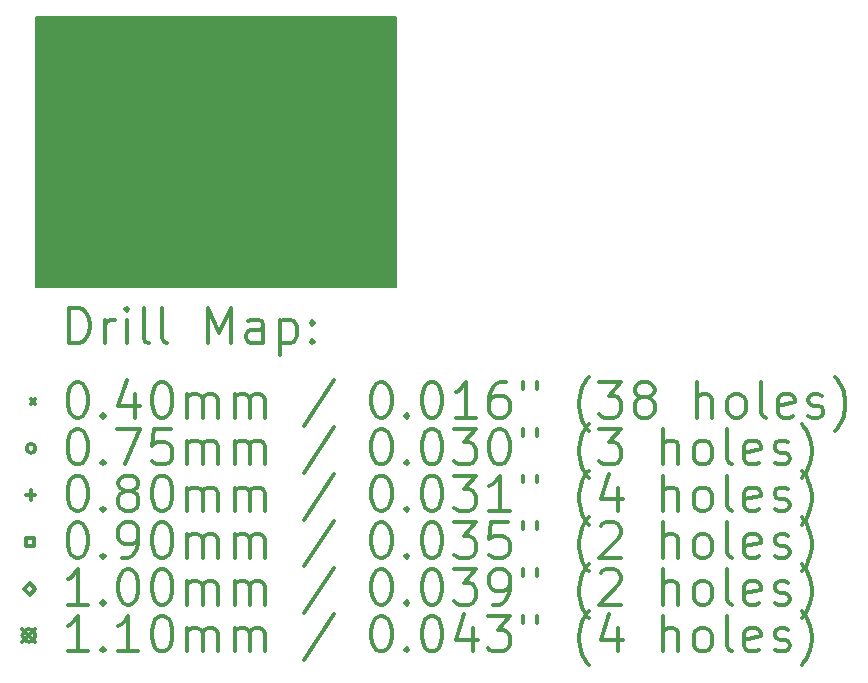
<source format=gbr>
%FSLAX45Y45*%
G04 Gerber Fmt 4.5, Leading zero omitted, Abs format (unit mm)*
G04 Created by KiCad (PCBNEW (5.0.0)) date 07/25/18 00:30:13*
%MOMM*%
%LPD*%
G01*
G04 APERTURE LIST*
%ADD10C,0.150000*%
%ADD11C,0.200000*%
%ADD12C,0.300000*%
G04 APERTURE END LIST*
D10*
G36*
X0Y2286000D02*
X0Y0D01*
X3048000Y0D01*
X3048000Y2286000D01*
X0Y2286000D01*
G37*
X0Y2286000D02*
X0Y0D01*
X3048000Y0D01*
X3048000Y2286000D01*
X0Y2286000D01*
D11*
X107000Y2179000D02*
X147000Y2139000D01*
X147000Y2179000D02*
X107000Y2139000D01*
X107000Y1925000D02*
X147000Y1885000D01*
X147000Y1925000D02*
X107000Y1885000D01*
X107000Y1671000D02*
X147000Y1631000D01*
X147000Y1671000D02*
X107000Y1631000D01*
X107000Y1417000D02*
X147000Y1377000D01*
X147000Y1417000D02*
X107000Y1377000D01*
X107000Y1163000D02*
X147000Y1123000D01*
X147000Y1163000D02*
X107000Y1123000D01*
X107000Y909000D02*
X147000Y869000D01*
X147000Y909000D02*
X107000Y869000D01*
X107000Y655000D02*
X147000Y615000D01*
X147000Y655000D02*
X107000Y615000D01*
X107000Y401000D02*
X147000Y361000D01*
X147000Y401000D02*
X107000Y361000D01*
X107000Y147000D02*
X147000Y107000D01*
X147000Y147000D02*
X107000Y107000D01*
X361000Y2179000D02*
X401000Y2139000D01*
X401000Y2179000D02*
X361000Y2139000D01*
X361000Y147000D02*
X401000Y107000D01*
X401000Y147000D02*
X361000Y107000D01*
X615000Y2179000D02*
X655000Y2139000D01*
X655000Y2179000D02*
X615000Y2139000D01*
X615000Y147000D02*
X655000Y107000D01*
X655000Y147000D02*
X615000Y107000D01*
X869000Y2179000D02*
X909000Y2139000D01*
X909000Y2179000D02*
X869000Y2139000D01*
X869000Y147000D02*
X909000Y107000D01*
X909000Y147000D02*
X869000Y107000D01*
X1123000Y2179000D02*
X1163000Y2139000D01*
X1163000Y2179000D02*
X1123000Y2139000D01*
X1123000Y147000D02*
X1163000Y107000D01*
X1163000Y147000D02*
X1123000Y107000D01*
X1377000Y2179000D02*
X1417000Y2139000D01*
X1417000Y2179000D02*
X1377000Y2139000D01*
X1377000Y147000D02*
X1417000Y107000D01*
X1417000Y147000D02*
X1377000Y107000D01*
X1631000Y2179000D02*
X1671000Y2139000D01*
X1671000Y2179000D02*
X1631000Y2139000D01*
X1631000Y147000D02*
X1671000Y107000D01*
X1671000Y147000D02*
X1631000Y107000D01*
X1885000Y2179000D02*
X1925000Y2139000D01*
X1925000Y2179000D02*
X1885000Y2139000D01*
X1885000Y147000D02*
X1925000Y107000D01*
X1925000Y147000D02*
X1885000Y107000D01*
X2139000Y2179000D02*
X2179000Y2139000D01*
X2179000Y2179000D02*
X2139000Y2139000D01*
X2139000Y147000D02*
X2179000Y107000D01*
X2179000Y147000D02*
X2139000Y107000D01*
X2393000Y2179000D02*
X2433000Y2139000D01*
X2433000Y2179000D02*
X2393000Y2139000D01*
X2393000Y147000D02*
X2433000Y107000D01*
X2433000Y147000D02*
X2393000Y107000D01*
X2647000Y2179000D02*
X2687000Y2139000D01*
X2687000Y2179000D02*
X2647000Y2139000D01*
X2647000Y147000D02*
X2687000Y107000D01*
X2687000Y147000D02*
X2647000Y107000D01*
X2901000Y2179000D02*
X2941000Y2139000D01*
X2941000Y2179000D02*
X2901000Y2139000D01*
X2901000Y1925000D02*
X2941000Y1885000D01*
X2941000Y1925000D02*
X2901000Y1885000D01*
X2901000Y1671000D02*
X2941000Y1631000D01*
X2941000Y1671000D02*
X2901000Y1631000D01*
X2901000Y1417000D02*
X2941000Y1377000D01*
X2941000Y1417000D02*
X2901000Y1377000D01*
X2901000Y1163000D02*
X2941000Y1123000D01*
X2941000Y1163000D02*
X2901000Y1123000D01*
X2901000Y909000D02*
X2941000Y869000D01*
X2941000Y909000D02*
X2901000Y869000D01*
X2901000Y655000D02*
X2941000Y615000D01*
X2941000Y655000D02*
X2901000Y615000D01*
X2901000Y401000D02*
X2941000Y361000D01*
X2941000Y401000D02*
X2901000Y361000D01*
X2901000Y147000D02*
X2941000Y107000D01*
X2941000Y147000D02*
X2901000Y107000D01*
X545500Y381000D02*
G75*
G03X545500Y381000I-37500J0D01*
G01*
X672500Y381000D02*
G75*
G03X672500Y381000I-37500J0D01*
G01*
X799500Y381000D02*
G75*
G03X799500Y381000I-37500J0D01*
G01*
X1143000Y1945000D02*
X1143000Y1865000D01*
X1103000Y1905000D02*
X1183000Y1905000D01*
X2159000Y1945000D02*
X2159000Y1865000D01*
X2119000Y1905000D02*
X2199000Y1905000D01*
X1143000Y421000D02*
X1143000Y341000D01*
X1103000Y381000D02*
X1183000Y381000D01*
X2159000Y421000D02*
X2159000Y341000D01*
X2119000Y381000D02*
X2199000Y381000D01*
X666820Y1365180D02*
X666820Y1428820D01*
X603180Y1428820D01*
X603180Y1365180D01*
X666820Y1365180D01*
X666820Y1111180D02*
X666820Y1174820D01*
X603180Y1174820D01*
X603180Y1111180D01*
X666820Y1111180D01*
X2667000Y1855000D02*
X2717000Y1905000D01*
X2667000Y1955000D01*
X2617000Y1905000D01*
X2667000Y1855000D01*
X2667000Y1601000D02*
X2717000Y1651000D01*
X2667000Y1701000D01*
X2617000Y1651000D01*
X2667000Y1601000D01*
X1469000Y1452000D02*
X1579000Y1342000D01*
X1579000Y1452000D02*
X1469000Y1342000D01*
X1579000Y1397000D02*
G75*
G03X1579000Y1397000I-55000J0D01*
G01*
X1469000Y1002000D02*
X1579000Y892000D01*
X1579000Y1002000D02*
X1469000Y892000D01*
X1579000Y947000D02*
G75*
G03X1579000Y947000I-55000J0D01*
G01*
X2119000Y1452000D02*
X2229000Y1342000D01*
X2229000Y1452000D02*
X2119000Y1342000D01*
X2229000Y1397000D02*
G75*
G03X2229000Y1397000I-55000J0D01*
G01*
X2119000Y1002000D02*
X2229000Y892000D01*
X2229000Y1002000D02*
X2119000Y892000D01*
X2229000Y947000D02*
G75*
G03X2229000Y947000I-55000J0D01*
G01*
D12*
X278928Y-473214D02*
X278928Y-173214D01*
X350357Y-173214D01*
X393214Y-187500D01*
X421786Y-216071D01*
X436071Y-244643D01*
X450357Y-301786D01*
X450357Y-344643D01*
X436071Y-401786D01*
X421786Y-430357D01*
X393214Y-458929D01*
X350357Y-473214D01*
X278928Y-473214D01*
X578928Y-473214D02*
X578928Y-273214D01*
X578928Y-330357D02*
X593214Y-301786D01*
X607500Y-287500D01*
X636071Y-273214D01*
X664643Y-273214D01*
X764643Y-473214D02*
X764643Y-273214D01*
X764643Y-173214D02*
X750357Y-187500D01*
X764643Y-201786D01*
X778928Y-187500D01*
X764643Y-173214D01*
X764643Y-201786D01*
X950357Y-473214D02*
X921786Y-458929D01*
X907500Y-430357D01*
X907500Y-173214D01*
X1107500Y-473214D02*
X1078928Y-458929D01*
X1064643Y-430357D01*
X1064643Y-173214D01*
X1450357Y-473214D02*
X1450357Y-173214D01*
X1550357Y-387500D01*
X1650357Y-173214D01*
X1650357Y-473214D01*
X1921786Y-473214D02*
X1921786Y-316072D01*
X1907500Y-287500D01*
X1878928Y-273214D01*
X1821786Y-273214D01*
X1793214Y-287500D01*
X1921786Y-458929D02*
X1893214Y-473214D01*
X1821786Y-473214D01*
X1793214Y-458929D01*
X1778928Y-430357D01*
X1778928Y-401786D01*
X1793214Y-373214D01*
X1821786Y-358929D01*
X1893214Y-358929D01*
X1921786Y-344643D01*
X2064643Y-273214D02*
X2064643Y-573214D01*
X2064643Y-287500D02*
X2093214Y-273214D01*
X2150357Y-273214D01*
X2178928Y-287500D01*
X2193214Y-301786D01*
X2207500Y-330357D01*
X2207500Y-416071D01*
X2193214Y-444643D01*
X2178928Y-458929D01*
X2150357Y-473214D01*
X2093214Y-473214D01*
X2064643Y-458929D01*
X2336071Y-444643D02*
X2350357Y-458929D01*
X2336071Y-473214D01*
X2321786Y-458929D01*
X2336071Y-444643D01*
X2336071Y-473214D01*
X2336071Y-287500D02*
X2350357Y-301786D01*
X2336071Y-316072D01*
X2321786Y-301786D01*
X2336071Y-287500D01*
X2336071Y-316072D01*
X-47500Y-947500D02*
X-7500Y-987500D01*
X-7500Y-947500D02*
X-47500Y-987500D01*
X336071Y-803214D02*
X364643Y-803214D01*
X393214Y-817500D01*
X407500Y-831786D01*
X421786Y-860357D01*
X436071Y-917500D01*
X436071Y-988929D01*
X421786Y-1046071D01*
X407500Y-1074643D01*
X393214Y-1088929D01*
X364643Y-1103214D01*
X336071Y-1103214D01*
X307500Y-1088929D01*
X293214Y-1074643D01*
X278928Y-1046071D01*
X264643Y-988929D01*
X264643Y-917500D01*
X278928Y-860357D01*
X293214Y-831786D01*
X307500Y-817500D01*
X336071Y-803214D01*
X564643Y-1074643D02*
X578928Y-1088929D01*
X564643Y-1103214D01*
X550357Y-1088929D01*
X564643Y-1074643D01*
X564643Y-1103214D01*
X836071Y-903214D02*
X836071Y-1103214D01*
X764643Y-788929D02*
X693214Y-1003214D01*
X878928Y-1003214D01*
X1050357Y-803214D02*
X1078928Y-803214D01*
X1107500Y-817500D01*
X1121786Y-831786D01*
X1136071Y-860357D01*
X1150357Y-917500D01*
X1150357Y-988929D01*
X1136071Y-1046071D01*
X1121786Y-1074643D01*
X1107500Y-1088929D01*
X1078928Y-1103214D01*
X1050357Y-1103214D01*
X1021786Y-1088929D01*
X1007500Y-1074643D01*
X993214Y-1046071D01*
X978928Y-988929D01*
X978928Y-917500D01*
X993214Y-860357D01*
X1007500Y-831786D01*
X1021786Y-817500D01*
X1050357Y-803214D01*
X1278928Y-1103214D02*
X1278928Y-903214D01*
X1278928Y-931786D02*
X1293214Y-917500D01*
X1321786Y-903214D01*
X1364643Y-903214D01*
X1393214Y-917500D01*
X1407500Y-946071D01*
X1407500Y-1103214D01*
X1407500Y-946071D02*
X1421786Y-917500D01*
X1450357Y-903214D01*
X1493214Y-903214D01*
X1521786Y-917500D01*
X1536071Y-946071D01*
X1536071Y-1103214D01*
X1678928Y-1103214D02*
X1678928Y-903214D01*
X1678928Y-931786D02*
X1693214Y-917500D01*
X1721786Y-903214D01*
X1764643Y-903214D01*
X1793214Y-917500D01*
X1807500Y-946071D01*
X1807500Y-1103214D01*
X1807500Y-946071D02*
X1821786Y-917500D01*
X1850357Y-903214D01*
X1893214Y-903214D01*
X1921786Y-917500D01*
X1936071Y-946071D01*
X1936071Y-1103214D01*
X2521786Y-788929D02*
X2264643Y-1174643D01*
X2907500Y-803214D02*
X2936071Y-803214D01*
X2964643Y-817500D01*
X2978928Y-831786D01*
X2993214Y-860357D01*
X3007500Y-917500D01*
X3007500Y-988929D01*
X2993214Y-1046071D01*
X2978928Y-1074643D01*
X2964643Y-1088929D01*
X2936071Y-1103214D01*
X2907500Y-1103214D01*
X2878928Y-1088929D01*
X2864643Y-1074643D01*
X2850357Y-1046071D01*
X2836071Y-988929D01*
X2836071Y-917500D01*
X2850357Y-860357D01*
X2864643Y-831786D01*
X2878928Y-817500D01*
X2907500Y-803214D01*
X3136071Y-1074643D02*
X3150357Y-1088929D01*
X3136071Y-1103214D01*
X3121786Y-1088929D01*
X3136071Y-1074643D01*
X3136071Y-1103214D01*
X3336071Y-803214D02*
X3364643Y-803214D01*
X3393214Y-817500D01*
X3407500Y-831786D01*
X3421786Y-860357D01*
X3436071Y-917500D01*
X3436071Y-988929D01*
X3421786Y-1046071D01*
X3407500Y-1074643D01*
X3393214Y-1088929D01*
X3364643Y-1103214D01*
X3336071Y-1103214D01*
X3307500Y-1088929D01*
X3293214Y-1074643D01*
X3278928Y-1046071D01*
X3264643Y-988929D01*
X3264643Y-917500D01*
X3278928Y-860357D01*
X3293214Y-831786D01*
X3307500Y-817500D01*
X3336071Y-803214D01*
X3721786Y-1103214D02*
X3550357Y-1103214D01*
X3636071Y-1103214D02*
X3636071Y-803214D01*
X3607500Y-846071D01*
X3578928Y-874643D01*
X3550357Y-888929D01*
X3978928Y-803214D02*
X3921786Y-803214D01*
X3893214Y-817500D01*
X3878928Y-831786D01*
X3850357Y-874643D01*
X3836071Y-931786D01*
X3836071Y-1046071D01*
X3850357Y-1074643D01*
X3864643Y-1088929D01*
X3893214Y-1103214D01*
X3950357Y-1103214D01*
X3978928Y-1088929D01*
X3993214Y-1074643D01*
X4007500Y-1046071D01*
X4007500Y-974643D01*
X3993214Y-946071D01*
X3978928Y-931786D01*
X3950357Y-917500D01*
X3893214Y-917500D01*
X3864643Y-931786D01*
X3850357Y-946071D01*
X3836071Y-974643D01*
X4121786Y-803214D02*
X4121786Y-860357D01*
X4236071Y-803214D02*
X4236071Y-860357D01*
X4678928Y-1217500D02*
X4664643Y-1203214D01*
X4636071Y-1160357D01*
X4621786Y-1131786D01*
X4607500Y-1088929D01*
X4593214Y-1017500D01*
X4593214Y-960357D01*
X4607500Y-888929D01*
X4621786Y-846071D01*
X4636071Y-817500D01*
X4664643Y-774643D01*
X4678928Y-760357D01*
X4764643Y-803214D02*
X4950357Y-803214D01*
X4850357Y-917500D01*
X4893214Y-917500D01*
X4921786Y-931786D01*
X4936071Y-946071D01*
X4950357Y-974643D01*
X4950357Y-1046071D01*
X4936071Y-1074643D01*
X4921786Y-1088929D01*
X4893214Y-1103214D01*
X4807500Y-1103214D01*
X4778928Y-1088929D01*
X4764643Y-1074643D01*
X5121786Y-931786D02*
X5093214Y-917500D01*
X5078928Y-903214D01*
X5064643Y-874643D01*
X5064643Y-860357D01*
X5078928Y-831786D01*
X5093214Y-817500D01*
X5121786Y-803214D01*
X5178928Y-803214D01*
X5207500Y-817500D01*
X5221786Y-831786D01*
X5236071Y-860357D01*
X5236071Y-874643D01*
X5221786Y-903214D01*
X5207500Y-917500D01*
X5178928Y-931786D01*
X5121786Y-931786D01*
X5093214Y-946071D01*
X5078928Y-960357D01*
X5064643Y-988929D01*
X5064643Y-1046071D01*
X5078928Y-1074643D01*
X5093214Y-1088929D01*
X5121786Y-1103214D01*
X5178928Y-1103214D01*
X5207500Y-1088929D01*
X5221786Y-1074643D01*
X5236071Y-1046071D01*
X5236071Y-988929D01*
X5221786Y-960357D01*
X5207500Y-946071D01*
X5178928Y-931786D01*
X5593214Y-1103214D02*
X5593214Y-803214D01*
X5721786Y-1103214D02*
X5721786Y-946071D01*
X5707500Y-917500D01*
X5678928Y-903214D01*
X5636071Y-903214D01*
X5607500Y-917500D01*
X5593214Y-931786D01*
X5907500Y-1103214D02*
X5878928Y-1088929D01*
X5864643Y-1074643D01*
X5850357Y-1046071D01*
X5850357Y-960357D01*
X5864643Y-931786D01*
X5878928Y-917500D01*
X5907500Y-903214D01*
X5950357Y-903214D01*
X5978928Y-917500D01*
X5993214Y-931786D01*
X6007500Y-960357D01*
X6007500Y-1046071D01*
X5993214Y-1074643D01*
X5978928Y-1088929D01*
X5950357Y-1103214D01*
X5907500Y-1103214D01*
X6178928Y-1103214D02*
X6150357Y-1088929D01*
X6136071Y-1060357D01*
X6136071Y-803214D01*
X6407500Y-1088929D02*
X6378928Y-1103214D01*
X6321786Y-1103214D01*
X6293214Y-1088929D01*
X6278928Y-1060357D01*
X6278928Y-946071D01*
X6293214Y-917500D01*
X6321786Y-903214D01*
X6378928Y-903214D01*
X6407500Y-917500D01*
X6421786Y-946071D01*
X6421786Y-974643D01*
X6278928Y-1003214D01*
X6536071Y-1088929D02*
X6564643Y-1103214D01*
X6621786Y-1103214D01*
X6650357Y-1088929D01*
X6664643Y-1060357D01*
X6664643Y-1046071D01*
X6650357Y-1017500D01*
X6621786Y-1003214D01*
X6578928Y-1003214D01*
X6550357Y-988929D01*
X6536071Y-960357D01*
X6536071Y-946071D01*
X6550357Y-917500D01*
X6578928Y-903214D01*
X6621786Y-903214D01*
X6650357Y-917500D01*
X6764643Y-1217500D02*
X6778928Y-1203214D01*
X6807500Y-1160357D01*
X6821786Y-1131786D01*
X6836071Y-1088929D01*
X6850357Y-1017500D01*
X6850357Y-960357D01*
X6836071Y-888929D01*
X6821786Y-846071D01*
X6807500Y-817500D01*
X6778928Y-774643D01*
X6764643Y-760357D01*
X-7500Y-1363500D02*
G75*
G03X-7500Y-1363500I-37500J0D01*
G01*
X336071Y-1199214D02*
X364643Y-1199214D01*
X393214Y-1213500D01*
X407500Y-1227786D01*
X421786Y-1256357D01*
X436071Y-1313500D01*
X436071Y-1384929D01*
X421786Y-1442071D01*
X407500Y-1470643D01*
X393214Y-1484929D01*
X364643Y-1499214D01*
X336071Y-1499214D01*
X307500Y-1484929D01*
X293214Y-1470643D01*
X278928Y-1442071D01*
X264643Y-1384929D01*
X264643Y-1313500D01*
X278928Y-1256357D01*
X293214Y-1227786D01*
X307500Y-1213500D01*
X336071Y-1199214D01*
X564643Y-1470643D02*
X578928Y-1484929D01*
X564643Y-1499214D01*
X550357Y-1484929D01*
X564643Y-1470643D01*
X564643Y-1499214D01*
X678928Y-1199214D02*
X878928Y-1199214D01*
X750357Y-1499214D01*
X1136071Y-1199214D02*
X993214Y-1199214D01*
X978928Y-1342072D01*
X993214Y-1327786D01*
X1021786Y-1313500D01*
X1093214Y-1313500D01*
X1121786Y-1327786D01*
X1136071Y-1342072D01*
X1150357Y-1370643D01*
X1150357Y-1442071D01*
X1136071Y-1470643D01*
X1121786Y-1484929D01*
X1093214Y-1499214D01*
X1021786Y-1499214D01*
X993214Y-1484929D01*
X978928Y-1470643D01*
X1278928Y-1499214D02*
X1278928Y-1299214D01*
X1278928Y-1327786D02*
X1293214Y-1313500D01*
X1321786Y-1299214D01*
X1364643Y-1299214D01*
X1393214Y-1313500D01*
X1407500Y-1342072D01*
X1407500Y-1499214D01*
X1407500Y-1342072D02*
X1421786Y-1313500D01*
X1450357Y-1299214D01*
X1493214Y-1299214D01*
X1521786Y-1313500D01*
X1536071Y-1342072D01*
X1536071Y-1499214D01*
X1678928Y-1499214D02*
X1678928Y-1299214D01*
X1678928Y-1327786D02*
X1693214Y-1313500D01*
X1721786Y-1299214D01*
X1764643Y-1299214D01*
X1793214Y-1313500D01*
X1807500Y-1342072D01*
X1807500Y-1499214D01*
X1807500Y-1342072D02*
X1821786Y-1313500D01*
X1850357Y-1299214D01*
X1893214Y-1299214D01*
X1921786Y-1313500D01*
X1936071Y-1342072D01*
X1936071Y-1499214D01*
X2521786Y-1184929D02*
X2264643Y-1570643D01*
X2907500Y-1199214D02*
X2936071Y-1199214D01*
X2964643Y-1213500D01*
X2978928Y-1227786D01*
X2993214Y-1256357D01*
X3007500Y-1313500D01*
X3007500Y-1384929D01*
X2993214Y-1442071D01*
X2978928Y-1470643D01*
X2964643Y-1484929D01*
X2936071Y-1499214D01*
X2907500Y-1499214D01*
X2878928Y-1484929D01*
X2864643Y-1470643D01*
X2850357Y-1442071D01*
X2836071Y-1384929D01*
X2836071Y-1313500D01*
X2850357Y-1256357D01*
X2864643Y-1227786D01*
X2878928Y-1213500D01*
X2907500Y-1199214D01*
X3136071Y-1470643D02*
X3150357Y-1484929D01*
X3136071Y-1499214D01*
X3121786Y-1484929D01*
X3136071Y-1470643D01*
X3136071Y-1499214D01*
X3336071Y-1199214D02*
X3364643Y-1199214D01*
X3393214Y-1213500D01*
X3407500Y-1227786D01*
X3421786Y-1256357D01*
X3436071Y-1313500D01*
X3436071Y-1384929D01*
X3421786Y-1442071D01*
X3407500Y-1470643D01*
X3393214Y-1484929D01*
X3364643Y-1499214D01*
X3336071Y-1499214D01*
X3307500Y-1484929D01*
X3293214Y-1470643D01*
X3278928Y-1442071D01*
X3264643Y-1384929D01*
X3264643Y-1313500D01*
X3278928Y-1256357D01*
X3293214Y-1227786D01*
X3307500Y-1213500D01*
X3336071Y-1199214D01*
X3536071Y-1199214D02*
X3721786Y-1199214D01*
X3621786Y-1313500D01*
X3664643Y-1313500D01*
X3693214Y-1327786D01*
X3707500Y-1342072D01*
X3721786Y-1370643D01*
X3721786Y-1442071D01*
X3707500Y-1470643D01*
X3693214Y-1484929D01*
X3664643Y-1499214D01*
X3578928Y-1499214D01*
X3550357Y-1484929D01*
X3536071Y-1470643D01*
X3907500Y-1199214D02*
X3936071Y-1199214D01*
X3964643Y-1213500D01*
X3978928Y-1227786D01*
X3993214Y-1256357D01*
X4007500Y-1313500D01*
X4007500Y-1384929D01*
X3993214Y-1442071D01*
X3978928Y-1470643D01*
X3964643Y-1484929D01*
X3936071Y-1499214D01*
X3907500Y-1499214D01*
X3878928Y-1484929D01*
X3864643Y-1470643D01*
X3850357Y-1442071D01*
X3836071Y-1384929D01*
X3836071Y-1313500D01*
X3850357Y-1256357D01*
X3864643Y-1227786D01*
X3878928Y-1213500D01*
X3907500Y-1199214D01*
X4121786Y-1199214D02*
X4121786Y-1256357D01*
X4236071Y-1199214D02*
X4236071Y-1256357D01*
X4678928Y-1613500D02*
X4664643Y-1599214D01*
X4636071Y-1556357D01*
X4621786Y-1527786D01*
X4607500Y-1484929D01*
X4593214Y-1413500D01*
X4593214Y-1356357D01*
X4607500Y-1284929D01*
X4621786Y-1242072D01*
X4636071Y-1213500D01*
X4664643Y-1170643D01*
X4678928Y-1156357D01*
X4764643Y-1199214D02*
X4950357Y-1199214D01*
X4850357Y-1313500D01*
X4893214Y-1313500D01*
X4921786Y-1327786D01*
X4936071Y-1342072D01*
X4950357Y-1370643D01*
X4950357Y-1442071D01*
X4936071Y-1470643D01*
X4921786Y-1484929D01*
X4893214Y-1499214D01*
X4807500Y-1499214D01*
X4778928Y-1484929D01*
X4764643Y-1470643D01*
X5307500Y-1499214D02*
X5307500Y-1199214D01*
X5436071Y-1499214D02*
X5436071Y-1342072D01*
X5421786Y-1313500D01*
X5393214Y-1299214D01*
X5350357Y-1299214D01*
X5321786Y-1313500D01*
X5307500Y-1327786D01*
X5621786Y-1499214D02*
X5593214Y-1484929D01*
X5578928Y-1470643D01*
X5564643Y-1442071D01*
X5564643Y-1356357D01*
X5578928Y-1327786D01*
X5593214Y-1313500D01*
X5621786Y-1299214D01*
X5664643Y-1299214D01*
X5693214Y-1313500D01*
X5707500Y-1327786D01*
X5721786Y-1356357D01*
X5721786Y-1442071D01*
X5707500Y-1470643D01*
X5693214Y-1484929D01*
X5664643Y-1499214D01*
X5621786Y-1499214D01*
X5893214Y-1499214D02*
X5864643Y-1484929D01*
X5850357Y-1456357D01*
X5850357Y-1199214D01*
X6121786Y-1484929D02*
X6093214Y-1499214D01*
X6036071Y-1499214D01*
X6007500Y-1484929D01*
X5993214Y-1456357D01*
X5993214Y-1342072D01*
X6007500Y-1313500D01*
X6036071Y-1299214D01*
X6093214Y-1299214D01*
X6121786Y-1313500D01*
X6136071Y-1342072D01*
X6136071Y-1370643D01*
X5993214Y-1399214D01*
X6250357Y-1484929D02*
X6278928Y-1499214D01*
X6336071Y-1499214D01*
X6364643Y-1484929D01*
X6378928Y-1456357D01*
X6378928Y-1442071D01*
X6364643Y-1413500D01*
X6336071Y-1399214D01*
X6293214Y-1399214D01*
X6264643Y-1384929D01*
X6250357Y-1356357D01*
X6250357Y-1342072D01*
X6264643Y-1313500D01*
X6293214Y-1299214D01*
X6336071Y-1299214D01*
X6364643Y-1313500D01*
X6478928Y-1613500D02*
X6493214Y-1599214D01*
X6521786Y-1556357D01*
X6536071Y-1527786D01*
X6550357Y-1484929D01*
X6564643Y-1413500D01*
X6564643Y-1356357D01*
X6550357Y-1284929D01*
X6536071Y-1242072D01*
X6521786Y-1213500D01*
X6493214Y-1170643D01*
X6478928Y-1156357D01*
X-47500Y-1719500D02*
X-47500Y-1799500D01*
X-87500Y-1759500D02*
X-7500Y-1759500D01*
X336071Y-1595214D02*
X364643Y-1595214D01*
X393214Y-1609500D01*
X407500Y-1623786D01*
X421786Y-1652357D01*
X436071Y-1709500D01*
X436071Y-1780929D01*
X421786Y-1838071D01*
X407500Y-1866643D01*
X393214Y-1880929D01*
X364643Y-1895214D01*
X336071Y-1895214D01*
X307500Y-1880929D01*
X293214Y-1866643D01*
X278928Y-1838071D01*
X264643Y-1780929D01*
X264643Y-1709500D01*
X278928Y-1652357D01*
X293214Y-1623786D01*
X307500Y-1609500D01*
X336071Y-1595214D01*
X564643Y-1866643D02*
X578928Y-1880929D01*
X564643Y-1895214D01*
X550357Y-1880929D01*
X564643Y-1866643D01*
X564643Y-1895214D01*
X750357Y-1723786D02*
X721786Y-1709500D01*
X707500Y-1695214D01*
X693214Y-1666643D01*
X693214Y-1652357D01*
X707500Y-1623786D01*
X721786Y-1609500D01*
X750357Y-1595214D01*
X807500Y-1595214D01*
X836071Y-1609500D01*
X850357Y-1623786D01*
X864643Y-1652357D01*
X864643Y-1666643D01*
X850357Y-1695214D01*
X836071Y-1709500D01*
X807500Y-1723786D01*
X750357Y-1723786D01*
X721786Y-1738071D01*
X707500Y-1752357D01*
X693214Y-1780929D01*
X693214Y-1838071D01*
X707500Y-1866643D01*
X721786Y-1880929D01*
X750357Y-1895214D01*
X807500Y-1895214D01*
X836071Y-1880929D01*
X850357Y-1866643D01*
X864643Y-1838071D01*
X864643Y-1780929D01*
X850357Y-1752357D01*
X836071Y-1738071D01*
X807500Y-1723786D01*
X1050357Y-1595214D02*
X1078928Y-1595214D01*
X1107500Y-1609500D01*
X1121786Y-1623786D01*
X1136071Y-1652357D01*
X1150357Y-1709500D01*
X1150357Y-1780929D01*
X1136071Y-1838071D01*
X1121786Y-1866643D01*
X1107500Y-1880929D01*
X1078928Y-1895214D01*
X1050357Y-1895214D01*
X1021786Y-1880929D01*
X1007500Y-1866643D01*
X993214Y-1838071D01*
X978928Y-1780929D01*
X978928Y-1709500D01*
X993214Y-1652357D01*
X1007500Y-1623786D01*
X1021786Y-1609500D01*
X1050357Y-1595214D01*
X1278928Y-1895214D02*
X1278928Y-1695214D01*
X1278928Y-1723786D02*
X1293214Y-1709500D01*
X1321786Y-1695214D01*
X1364643Y-1695214D01*
X1393214Y-1709500D01*
X1407500Y-1738071D01*
X1407500Y-1895214D01*
X1407500Y-1738071D02*
X1421786Y-1709500D01*
X1450357Y-1695214D01*
X1493214Y-1695214D01*
X1521786Y-1709500D01*
X1536071Y-1738071D01*
X1536071Y-1895214D01*
X1678928Y-1895214D02*
X1678928Y-1695214D01*
X1678928Y-1723786D02*
X1693214Y-1709500D01*
X1721786Y-1695214D01*
X1764643Y-1695214D01*
X1793214Y-1709500D01*
X1807500Y-1738071D01*
X1807500Y-1895214D01*
X1807500Y-1738071D02*
X1821786Y-1709500D01*
X1850357Y-1695214D01*
X1893214Y-1695214D01*
X1921786Y-1709500D01*
X1936071Y-1738071D01*
X1936071Y-1895214D01*
X2521786Y-1580929D02*
X2264643Y-1966643D01*
X2907500Y-1595214D02*
X2936071Y-1595214D01*
X2964643Y-1609500D01*
X2978928Y-1623786D01*
X2993214Y-1652357D01*
X3007500Y-1709500D01*
X3007500Y-1780929D01*
X2993214Y-1838071D01*
X2978928Y-1866643D01*
X2964643Y-1880929D01*
X2936071Y-1895214D01*
X2907500Y-1895214D01*
X2878928Y-1880929D01*
X2864643Y-1866643D01*
X2850357Y-1838071D01*
X2836071Y-1780929D01*
X2836071Y-1709500D01*
X2850357Y-1652357D01*
X2864643Y-1623786D01*
X2878928Y-1609500D01*
X2907500Y-1595214D01*
X3136071Y-1866643D02*
X3150357Y-1880929D01*
X3136071Y-1895214D01*
X3121786Y-1880929D01*
X3136071Y-1866643D01*
X3136071Y-1895214D01*
X3336071Y-1595214D02*
X3364643Y-1595214D01*
X3393214Y-1609500D01*
X3407500Y-1623786D01*
X3421786Y-1652357D01*
X3436071Y-1709500D01*
X3436071Y-1780929D01*
X3421786Y-1838071D01*
X3407500Y-1866643D01*
X3393214Y-1880929D01*
X3364643Y-1895214D01*
X3336071Y-1895214D01*
X3307500Y-1880929D01*
X3293214Y-1866643D01*
X3278928Y-1838071D01*
X3264643Y-1780929D01*
X3264643Y-1709500D01*
X3278928Y-1652357D01*
X3293214Y-1623786D01*
X3307500Y-1609500D01*
X3336071Y-1595214D01*
X3536071Y-1595214D02*
X3721786Y-1595214D01*
X3621786Y-1709500D01*
X3664643Y-1709500D01*
X3693214Y-1723786D01*
X3707500Y-1738071D01*
X3721786Y-1766643D01*
X3721786Y-1838071D01*
X3707500Y-1866643D01*
X3693214Y-1880929D01*
X3664643Y-1895214D01*
X3578928Y-1895214D01*
X3550357Y-1880929D01*
X3536071Y-1866643D01*
X4007500Y-1895214D02*
X3836071Y-1895214D01*
X3921786Y-1895214D02*
X3921786Y-1595214D01*
X3893214Y-1638071D01*
X3864643Y-1666643D01*
X3836071Y-1680929D01*
X4121786Y-1595214D02*
X4121786Y-1652357D01*
X4236071Y-1595214D02*
X4236071Y-1652357D01*
X4678928Y-2009500D02*
X4664643Y-1995214D01*
X4636071Y-1952357D01*
X4621786Y-1923786D01*
X4607500Y-1880929D01*
X4593214Y-1809500D01*
X4593214Y-1752357D01*
X4607500Y-1680929D01*
X4621786Y-1638071D01*
X4636071Y-1609500D01*
X4664643Y-1566643D01*
X4678928Y-1552357D01*
X4921786Y-1695214D02*
X4921786Y-1895214D01*
X4850357Y-1580929D02*
X4778928Y-1795214D01*
X4964643Y-1795214D01*
X5307500Y-1895214D02*
X5307500Y-1595214D01*
X5436071Y-1895214D02*
X5436071Y-1738071D01*
X5421786Y-1709500D01*
X5393214Y-1695214D01*
X5350357Y-1695214D01*
X5321786Y-1709500D01*
X5307500Y-1723786D01*
X5621786Y-1895214D02*
X5593214Y-1880929D01*
X5578928Y-1866643D01*
X5564643Y-1838071D01*
X5564643Y-1752357D01*
X5578928Y-1723786D01*
X5593214Y-1709500D01*
X5621786Y-1695214D01*
X5664643Y-1695214D01*
X5693214Y-1709500D01*
X5707500Y-1723786D01*
X5721786Y-1752357D01*
X5721786Y-1838071D01*
X5707500Y-1866643D01*
X5693214Y-1880929D01*
X5664643Y-1895214D01*
X5621786Y-1895214D01*
X5893214Y-1895214D02*
X5864643Y-1880929D01*
X5850357Y-1852357D01*
X5850357Y-1595214D01*
X6121786Y-1880929D02*
X6093214Y-1895214D01*
X6036071Y-1895214D01*
X6007500Y-1880929D01*
X5993214Y-1852357D01*
X5993214Y-1738071D01*
X6007500Y-1709500D01*
X6036071Y-1695214D01*
X6093214Y-1695214D01*
X6121786Y-1709500D01*
X6136071Y-1738071D01*
X6136071Y-1766643D01*
X5993214Y-1795214D01*
X6250357Y-1880929D02*
X6278928Y-1895214D01*
X6336071Y-1895214D01*
X6364643Y-1880929D01*
X6378928Y-1852357D01*
X6378928Y-1838071D01*
X6364643Y-1809500D01*
X6336071Y-1795214D01*
X6293214Y-1795214D01*
X6264643Y-1780929D01*
X6250357Y-1752357D01*
X6250357Y-1738071D01*
X6264643Y-1709500D01*
X6293214Y-1695214D01*
X6336071Y-1695214D01*
X6364643Y-1709500D01*
X6478928Y-2009500D02*
X6493214Y-1995214D01*
X6521786Y-1952357D01*
X6536071Y-1923786D01*
X6550357Y-1880929D01*
X6564643Y-1809500D01*
X6564643Y-1752357D01*
X6550357Y-1680929D01*
X6536071Y-1638071D01*
X6521786Y-1609500D01*
X6493214Y-1566643D01*
X6478928Y-1552357D01*
X-20680Y-2187320D02*
X-20680Y-2123680D01*
X-84320Y-2123680D01*
X-84320Y-2187320D01*
X-20680Y-2187320D01*
X336071Y-1991214D02*
X364643Y-1991214D01*
X393214Y-2005500D01*
X407500Y-2019786D01*
X421786Y-2048357D01*
X436071Y-2105500D01*
X436071Y-2176929D01*
X421786Y-2234072D01*
X407500Y-2262643D01*
X393214Y-2276929D01*
X364643Y-2291214D01*
X336071Y-2291214D01*
X307500Y-2276929D01*
X293214Y-2262643D01*
X278928Y-2234072D01*
X264643Y-2176929D01*
X264643Y-2105500D01*
X278928Y-2048357D01*
X293214Y-2019786D01*
X307500Y-2005500D01*
X336071Y-1991214D01*
X564643Y-2262643D02*
X578928Y-2276929D01*
X564643Y-2291214D01*
X550357Y-2276929D01*
X564643Y-2262643D01*
X564643Y-2291214D01*
X721786Y-2291214D02*
X778928Y-2291214D01*
X807500Y-2276929D01*
X821786Y-2262643D01*
X850357Y-2219786D01*
X864643Y-2162643D01*
X864643Y-2048357D01*
X850357Y-2019786D01*
X836071Y-2005500D01*
X807500Y-1991214D01*
X750357Y-1991214D01*
X721786Y-2005500D01*
X707500Y-2019786D01*
X693214Y-2048357D01*
X693214Y-2119786D01*
X707500Y-2148357D01*
X721786Y-2162643D01*
X750357Y-2176929D01*
X807500Y-2176929D01*
X836071Y-2162643D01*
X850357Y-2148357D01*
X864643Y-2119786D01*
X1050357Y-1991214D02*
X1078928Y-1991214D01*
X1107500Y-2005500D01*
X1121786Y-2019786D01*
X1136071Y-2048357D01*
X1150357Y-2105500D01*
X1150357Y-2176929D01*
X1136071Y-2234072D01*
X1121786Y-2262643D01*
X1107500Y-2276929D01*
X1078928Y-2291214D01*
X1050357Y-2291214D01*
X1021786Y-2276929D01*
X1007500Y-2262643D01*
X993214Y-2234072D01*
X978928Y-2176929D01*
X978928Y-2105500D01*
X993214Y-2048357D01*
X1007500Y-2019786D01*
X1021786Y-2005500D01*
X1050357Y-1991214D01*
X1278928Y-2291214D02*
X1278928Y-2091214D01*
X1278928Y-2119786D02*
X1293214Y-2105500D01*
X1321786Y-2091214D01*
X1364643Y-2091214D01*
X1393214Y-2105500D01*
X1407500Y-2134072D01*
X1407500Y-2291214D01*
X1407500Y-2134072D02*
X1421786Y-2105500D01*
X1450357Y-2091214D01*
X1493214Y-2091214D01*
X1521786Y-2105500D01*
X1536071Y-2134072D01*
X1536071Y-2291214D01*
X1678928Y-2291214D02*
X1678928Y-2091214D01*
X1678928Y-2119786D02*
X1693214Y-2105500D01*
X1721786Y-2091214D01*
X1764643Y-2091214D01*
X1793214Y-2105500D01*
X1807500Y-2134072D01*
X1807500Y-2291214D01*
X1807500Y-2134072D02*
X1821786Y-2105500D01*
X1850357Y-2091214D01*
X1893214Y-2091214D01*
X1921786Y-2105500D01*
X1936071Y-2134072D01*
X1936071Y-2291214D01*
X2521786Y-1976929D02*
X2264643Y-2362643D01*
X2907500Y-1991214D02*
X2936071Y-1991214D01*
X2964643Y-2005500D01*
X2978928Y-2019786D01*
X2993214Y-2048357D01*
X3007500Y-2105500D01*
X3007500Y-2176929D01*
X2993214Y-2234072D01*
X2978928Y-2262643D01*
X2964643Y-2276929D01*
X2936071Y-2291214D01*
X2907500Y-2291214D01*
X2878928Y-2276929D01*
X2864643Y-2262643D01*
X2850357Y-2234072D01*
X2836071Y-2176929D01*
X2836071Y-2105500D01*
X2850357Y-2048357D01*
X2864643Y-2019786D01*
X2878928Y-2005500D01*
X2907500Y-1991214D01*
X3136071Y-2262643D02*
X3150357Y-2276929D01*
X3136071Y-2291214D01*
X3121786Y-2276929D01*
X3136071Y-2262643D01*
X3136071Y-2291214D01*
X3336071Y-1991214D02*
X3364643Y-1991214D01*
X3393214Y-2005500D01*
X3407500Y-2019786D01*
X3421786Y-2048357D01*
X3436071Y-2105500D01*
X3436071Y-2176929D01*
X3421786Y-2234072D01*
X3407500Y-2262643D01*
X3393214Y-2276929D01*
X3364643Y-2291214D01*
X3336071Y-2291214D01*
X3307500Y-2276929D01*
X3293214Y-2262643D01*
X3278928Y-2234072D01*
X3264643Y-2176929D01*
X3264643Y-2105500D01*
X3278928Y-2048357D01*
X3293214Y-2019786D01*
X3307500Y-2005500D01*
X3336071Y-1991214D01*
X3536071Y-1991214D02*
X3721786Y-1991214D01*
X3621786Y-2105500D01*
X3664643Y-2105500D01*
X3693214Y-2119786D01*
X3707500Y-2134072D01*
X3721786Y-2162643D01*
X3721786Y-2234072D01*
X3707500Y-2262643D01*
X3693214Y-2276929D01*
X3664643Y-2291214D01*
X3578928Y-2291214D01*
X3550357Y-2276929D01*
X3536071Y-2262643D01*
X3993214Y-1991214D02*
X3850357Y-1991214D01*
X3836071Y-2134072D01*
X3850357Y-2119786D01*
X3878928Y-2105500D01*
X3950357Y-2105500D01*
X3978928Y-2119786D01*
X3993214Y-2134072D01*
X4007500Y-2162643D01*
X4007500Y-2234072D01*
X3993214Y-2262643D01*
X3978928Y-2276929D01*
X3950357Y-2291214D01*
X3878928Y-2291214D01*
X3850357Y-2276929D01*
X3836071Y-2262643D01*
X4121786Y-1991214D02*
X4121786Y-2048357D01*
X4236071Y-1991214D02*
X4236071Y-2048357D01*
X4678928Y-2405500D02*
X4664643Y-2391214D01*
X4636071Y-2348357D01*
X4621786Y-2319786D01*
X4607500Y-2276929D01*
X4593214Y-2205500D01*
X4593214Y-2148357D01*
X4607500Y-2076929D01*
X4621786Y-2034071D01*
X4636071Y-2005500D01*
X4664643Y-1962643D01*
X4678928Y-1948357D01*
X4778928Y-2019786D02*
X4793214Y-2005500D01*
X4821786Y-1991214D01*
X4893214Y-1991214D01*
X4921786Y-2005500D01*
X4936071Y-2019786D01*
X4950357Y-2048357D01*
X4950357Y-2076929D01*
X4936071Y-2119786D01*
X4764643Y-2291214D01*
X4950357Y-2291214D01*
X5307500Y-2291214D02*
X5307500Y-1991214D01*
X5436071Y-2291214D02*
X5436071Y-2134072D01*
X5421786Y-2105500D01*
X5393214Y-2091214D01*
X5350357Y-2091214D01*
X5321786Y-2105500D01*
X5307500Y-2119786D01*
X5621786Y-2291214D02*
X5593214Y-2276929D01*
X5578928Y-2262643D01*
X5564643Y-2234072D01*
X5564643Y-2148357D01*
X5578928Y-2119786D01*
X5593214Y-2105500D01*
X5621786Y-2091214D01*
X5664643Y-2091214D01*
X5693214Y-2105500D01*
X5707500Y-2119786D01*
X5721786Y-2148357D01*
X5721786Y-2234072D01*
X5707500Y-2262643D01*
X5693214Y-2276929D01*
X5664643Y-2291214D01*
X5621786Y-2291214D01*
X5893214Y-2291214D02*
X5864643Y-2276929D01*
X5850357Y-2248357D01*
X5850357Y-1991214D01*
X6121786Y-2276929D02*
X6093214Y-2291214D01*
X6036071Y-2291214D01*
X6007500Y-2276929D01*
X5993214Y-2248357D01*
X5993214Y-2134072D01*
X6007500Y-2105500D01*
X6036071Y-2091214D01*
X6093214Y-2091214D01*
X6121786Y-2105500D01*
X6136071Y-2134072D01*
X6136071Y-2162643D01*
X5993214Y-2191214D01*
X6250357Y-2276929D02*
X6278928Y-2291214D01*
X6336071Y-2291214D01*
X6364643Y-2276929D01*
X6378928Y-2248357D01*
X6378928Y-2234072D01*
X6364643Y-2205500D01*
X6336071Y-2191214D01*
X6293214Y-2191214D01*
X6264643Y-2176929D01*
X6250357Y-2148357D01*
X6250357Y-2134072D01*
X6264643Y-2105500D01*
X6293214Y-2091214D01*
X6336071Y-2091214D01*
X6364643Y-2105500D01*
X6478928Y-2405500D02*
X6493214Y-2391214D01*
X6521786Y-2348357D01*
X6536071Y-2319786D01*
X6550357Y-2276929D01*
X6564643Y-2205500D01*
X6564643Y-2148357D01*
X6550357Y-2076929D01*
X6536071Y-2034071D01*
X6521786Y-2005500D01*
X6493214Y-1962643D01*
X6478928Y-1948357D01*
X-57500Y-2601500D02*
X-7500Y-2551500D01*
X-57500Y-2501500D01*
X-107500Y-2551500D01*
X-57500Y-2601500D01*
X436071Y-2687214D02*
X264643Y-2687214D01*
X350357Y-2687214D02*
X350357Y-2387214D01*
X321786Y-2430072D01*
X293214Y-2458643D01*
X264643Y-2472929D01*
X564643Y-2658643D02*
X578928Y-2672929D01*
X564643Y-2687214D01*
X550357Y-2672929D01*
X564643Y-2658643D01*
X564643Y-2687214D01*
X764643Y-2387214D02*
X793214Y-2387214D01*
X821786Y-2401500D01*
X836071Y-2415786D01*
X850357Y-2444357D01*
X864643Y-2501500D01*
X864643Y-2572929D01*
X850357Y-2630072D01*
X836071Y-2658643D01*
X821786Y-2672929D01*
X793214Y-2687214D01*
X764643Y-2687214D01*
X736071Y-2672929D01*
X721786Y-2658643D01*
X707500Y-2630072D01*
X693214Y-2572929D01*
X693214Y-2501500D01*
X707500Y-2444357D01*
X721786Y-2415786D01*
X736071Y-2401500D01*
X764643Y-2387214D01*
X1050357Y-2387214D02*
X1078928Y-2387214D01*
X1107500Y-2401500D01*
X1121786Y-2415786D01*
X1136071Y-2444357D01*
X1150357Y-2501500D01*
X1150357Y-2572929D01*
X1136071Y-2630072D01*
X1121786Y-2658643D01*
X1107500Y-2672929D01*
X1078928Y-2687214D01*
X1050357Y-2687214D01*
X1021786Y-2672929D01*
X1007500Y-2658643D01*
X993214Y-2630072D01*
X978928Y-2572929D01*
X978928Y-2501500D01*
X993214Y-2444357D01*
X1007500Y-2415786D01*
X1021786Y-2401500D01*
X1050357Y-2387214D01*
X1278928Y-2687214D02*
X1278928Y-2487214D01*
X1278928Y-2515786D02*
X1293214Y-2501500D01*
X1321786Y-2487214D01*
X1364643Y-2487214D01*
X1393214Y-2501500D01*
X1407500Y-2530072D01*
X1407500Y-2687214D01*
X1407500Y-2530072D02*
X1421786Y-2501500D01*
X1450357Y-2487214D01*
X1493214Y-2487214D01*
X1521786Y-2501500D01*
X1536071Y-2530072D01*
X1536071Y-2687214D01*
X1678928Y-2687214D02*
X1678928Y-2487214D01*
X1678928Y-2515786D02*
X1693214Y-2501500D01*
X1721786Y-2487214D01*
X1764643Y-2487214D01*
X1793214Y-2501500D01*
X1807500Y-2530072D01*
X1807500Y-2687214D01*
X1807500Y-2530072D02*
X1821786Y-2501500D01*
X1850357Y-2487214D01*
X1893214Y-2487214D01*
X1921786Y-2501500D01*
X1936071Y-2530072D01*
X1936071Y-2687214D01*
X2521786Y-2372929D02*
X2264643Y-2758643D01*
X2907500Y-2387214D02*
X2936071Y-2387214D01*
X2964643Y-2401500D01*
X2978928Y-2415786D01*
X2993214Y-2444357D01*
X3007500Y-2501500D01*
X3007500Y-2572929D01*
X2993214Y-2630072D01*
X2978928Y-2658643D01*
X2964643Y-2672929D01*
X2936071Y-2687214D01*
X2907500Y-2687214D01*
X2878928Y-2672929D01*
X2864643Y-2658643D01*
X2850357Y-2630072D01*
X2836071Y-2572929D01*
X2836071Y-2501500D01*
X2850357Y-2444357D01*
X2864643Y-2415786D01*
X2878928Y-2401500D01*
X2907500Y-2387214D01*
X3136071Y-2658643D02*
X3150357Y-2672929D01*
X3136071Y-2687214D01*
X3121786Y-2672929D01*
X3136071Y-2658643D01*
X3136071Y-2687214D01*
X3336071Y-2387214D02*
X3364643Y-2387214D01*
X3393214Y-2401500D01*
X3407500Y-2415786D01*
X3421786Y-2444357D01*
X3436071Y-2501500D01*
X3436071Y-2572929D01*
X3421786Y-2630072D01*
X3407500Y-2658643D01*
X3393214Y-2672929D01*
X3364643Y-2687214D01*
X3336071Y-2687214D01*
X3307500Y-2672929D01*
X3293214Y-2658643D01*
X3278928Y-2630072D01*
X3264643Y-2572929D01*
X3264643Y-2501500D01*
X3278928Y-2444357D01*
X3293214Y-2415786D01*
X3307500Y-2401500D01*
X3336071Y-2387214D01*
X3536071Y-2387214D02*
X3721786Y-2387214D01*
X3621786Y-2501500D01*
X3664643Y-2501500D01*
X3693214Y-2515786D01*
X3707500Y-2530072D01*
X3721786Y-2558643D01*
X3721786Y-2630072D01*
X3707500Y-2658643D01*
X3693214Y-2672929D01*
X3664643Y-2687214D01*
X3578928Y-2687214D01*
X3550357Y-2672929D01*
X3536071Y-2658643D01*
X3864643Y-2687214D02*
X3921786Y-2687214D01*
X3950357Y-2672929D01*
X3964643Y-2658643D01*
X3993214Y-2615786D01*
X4007500Y-2558643D01*
X4007500Y-2444357D01*
X3993214Y-2415786D01*
X3978928Y-2401500D01*
X3950357Y-2387214D01*
X3893214Y-2387214D01*
X3864643Y-2401500D01*
X3850357Y-2415786D01*
X3836071Y-2444357D01*
X3836071Y-2515786D01*
X3850357Y-2544357D01*
X3864643Y-2558643D01*
X3893214Y-2572929D01*
X3950357Y-2572929D01*
X3978928Y-2558643D01*
X3993214Y-2544357D01*
X4007500Y-2515786D01*
X4121786Y-2387214D02*
X4121786Y-2444357D01*
X4236071Y-2387214D02*
X4236071Y-2444357D01*
X4678928Y-2801500D02*
X4664643Y-2787214D01*
X4636071Y-2744357D01*
X4621786Y-2715786D01*
X4607500Y-2672929D01*
X4593214Y-2601500D01*
X4593214Y-2544357D01*
X4607500Y-2472929D01*
X4621786Y-2430072D01*
X4636071Y-2401500D01*
X4664643Y-2358643D01*
X4678928Y-2344357D01*
X4778928Y-2415786D02*
X4793214Y-2401500D01*
X4821786Y-2387214D01*
X4893214Y-2387214D01*
X4921786Y-2401500D01*
X4936071Y-2415786D01*
X4950357Y-2444357D01*
X4950357Y-2472929D01*
X4936071Y-2515786D01*
X4764643Y-2687214D01*
X4950357Y-2687214D01*
X5307500Y-2687214D02*
X5307500Y-2387214D01*
X5436071Y-2687214D02*
X5436071Y-2530072D01*
X5421786Y-2501500D01*
X5393214Y-2487214D01*
X5350357Y-2487214D01*
X5321786Y-2501500D01*
X5307500Y-2515786D01*
X5621786Y-2687214D02*
X5593214Y-2672929D01*
X5578928Y-2658643D01*
X5564643Y-2630072D01*
X5564643Y-2544357D01*
X5578928Y-2515786D01*
X5593214Y-2501500D01*
X5621786Y-2487214D01*
X5664643Y-2487214D01*
X5693214Y-2501500D01*
X5707500Y-2515786D01*
X5721786Y-2544357D01*
X5721786Y-2630072D01*
X5707500Y-2658643D01*
X5693214Y-2672929D01*
X5664643Y-2687214D01*
X5621786Y-2687214D01*
X5893214Y-2687214D02*
X5864643Y-2672929D01*
X5850357Y-2644357D01*
X5850357Y-2387214D01*
X6121786Y-2672929D02*
X6093214Y-2687214D01*
X6036071Y-2687214D01*
X6007500Y-2672929D01*
X5993214Y-2644357D01*
X5993214Y-2530072D01*
X6007500Y-2501500D01*
X6036071Y-2487214D01*
X6093214Y-2487214D01*
X6121786Y-2501500D01*
X6136071Y-2530072D01*
X6136071Y-2558643D01*
X5993214Y-2587214D01*
X6250357Y-2672929D02*
X6278928Y-2687214D01*
X6336071Y-2687214D01*
X6364643Y-2672929D01*
X6378928Y-2644357D01*
X6378928Y-2630072D01*
X6364643Y-2601500D01*
X6336071Y-2587214D01*
X6293214Y-2587214D01*
X6264643Y-2572929D01*
X6250357Y-2544357D01*
X6250357Y-2530072D01*
X6264643Y-2501500D01*
X6293214Y-2487214D01*
X6336071Y-2487214D01*
X6364643Y-2501500D01*
X6478928Y-2801500D02*
X6493214Y-2787214D01*
X6521786Y-2744357D01*
X6536071Y-2715786D01*
X6550357Y-2672929D01*
X6564643Y-2601500D01*
X6564643Y-2544357D01*
X6550357Y-2472929D01*
X6536071Y-2430072D01*
X6521786Y-2401500D01*
X6493214Y-2358643D01*
X6478928Y-2344357D01*
X-117500Y-2892500D02*
X-7500Y-3002500D01*
X-7500Y-2892500D02*
X-117500Y-3002500D01*
X-7500Y-2947500D02*
G75*
G03X-7500Y-2947500I-55000J0D01*
G01*
X436071Y-3083214D02*
X264643Y-3083214D01*
X350357Y-3083214D02*
X350357Y-2783214D01*
X321786Y-2826071D01*
X293214Y-2854643D01*
X264643Y-2868929D01*
X564643Y-3054643D02*
X578928Y-3068929D01*
X564643Y-3083214D01*
X550357Y-3068929D01*
X564643Y-3054643D01*
X564643Y-3083214D01*
X864643Y-3083214D02*
X693214Y-3083214D01*
X778928Y-3083214D02*
X778928Y-2783214D01*
X750357Y-2826071D01*
X721786Y-2854643D01*
X693214Y-2868929D01*
X1050357Y-2783214D02*
X1078928Y-2783214D01*
X1107500Y-2797500D01*
X1121786Y-2811786D01*
X1136071Y-2840357D01*
X1150357Y-2897500D01*
X1150357Y-2968929D01*
X1136071Y-3026071D01*
X1121786Y-3054643D01*
X1107500Y-3068929D01*
X1078928Y-3083214D01*
X1050357Y-3083214D01*
X1021786Y-3068929D01*
X1007500Y-3054643D01*
X993214Y-3026071D01*
X978928Y-2968929D01*
X978928Y-2897500D01*
X993214Y-2840357D01*
X1007500Y-2811786D01*
X1021786Y-2797500D01*
X1050357Y-2783214D01*
X1278928Y-3083214D02*
X1278928Y-2883214D01*
X1278928Y-2911786D02*
X1293214Y-2897500D01*
X1321786Y-2883214D01*
X1364643Y-2883214D01*
X1393214Y-2897500D01*
X1407500Y-2926071D01*
X1407500Y-3083214D01*
X1407500Y-2926071D02*
X1421786Y-2897500D01*
X1450357Y-2883214D01*
X1493214Y-2883214D01*
X1521786Y-2897500D01*
X1536071Y-2926071D01*
X1536071Y-3083214D01*
X1678928Y-3083214D02*
X1678928Y-2883214D01*
X1678928Y-2911786D02*
X1693214Y-2897500D01*
X1721786Y-2883214D01*
X1764643Y-2883214D01*
X1793214Y-2897500D01*
X1807500Y-2926071D01*
X1807500Y-3083214D01*
X1807500Y-2926071D02*
X1821786Y-2897500D01*
X1850357Y-2883214D01*
X1893214Y-2883214D01*
X1921786Y-2897500D01*
X1936071Y-2926071D01*
X1936071Y-3083214D01*
X2521786Y-2768929D02*
X2264643Y-3154643D01*
X2907500Y-2783214D02*
X2936071Y-2783214D01*
X2964643Y-2797500D01*
X2978928Y-2811786D01*
X2993214Y-2840357D01*
X3007500Y-2897500D01*
X3007500Y-2968929D01*
X2993214Y-3026071D01*
X2978928Y-3054643D01*
X2964643Y-3068929D01*
X2936071Y-3083214D01*
X2907500Y-3083214D01*
X2878928Y-3068929D01*
X2864643Y-3054643D01*
X2850357Y-3026071D01*
X2836071Y-2968929D01*
X2836071Y-2897500D01*
X2850357Y-2840357D01*
X2864643Y-2811786D01*
X2878928Y-2797500D01*
X2907500Y-2783214D01*
X3136071Y-3054643D02*
X3150357Y-3068929D01*
X3136071Y-3083214D01*
X3121786Y-3068929D01*
X3136071Y-3054643D01*
X3136071Y-3083214D01*
X3336071Y-2783214D02*
X3364643Y-2783214D01*
X3393214Y-2797500D01*
X3407500Y-2811786D01*
X3421786Y-2840357D01*
X3436071Y-2897500D01*
X3436071Y-2968929D01*
X3421786Y-3026071D01*
X3407500Y-3054643D01*
X3393214Y-3068929D01*
X3364643Y-3083214D01*
X3336071Y-3083214D01*
X3307500Y-3068929D01*
X3293214Y-3054643D01*
X3278928Y-3026071D01*
X3264643Y-2968929D01*
X3264643Y-2897500D01*
X3278928Y-2840357D01*
X3293214Y-2811786D01*
X3307500Y-2797500D01*
X3336071Y-2783214D01*
X3693214Y-2883214D02*
X3693214Y-3083214D01*
X3621786Y-2768929D02*
X3550357Y-2983214D01*
X3736071Y-2983214D01*
X3821786Y-2783214D02*
X4007500Y-2783214D01*
X3907500Y-2897500D01*
X3950357Y-2897500D01*
X3978928Y-2911786D01*
X3993214Y-2926071D01*
X4007500Y-2954643D01*
X4007500Y-3026071D01*
X3993214Y-3054643D01*
X3978928Y-3068929D01*
X3950357Y-3083214D01*
X3864643Y-3083214D01*
X3836071Y-3068929D01*
X3821786Y-3054643D01*
X4121786Y-2783214D02*
X4121786Y-2840357D01*
X4236071Y-2783214D02*
X4236071Y-2840357D01*
X4678928Y-3197500D02*
X4664643Y-3183214D01*
X4636071Y-3140357D01*
X4621786Y-3111786D01*
X4607500Y-3068929D01*
X4593214Y-2997500D01*
X4593214Y-2940357D01*
X4607500Y-2868929D01*
X4621786Y-2826071D01*
X4636071Y-2797500D01*
X4664643Y-2754643D01*
X4678928Y-2740357D01*
X4921786Y-2883214D02*
X4921786Y-3083214D01*
X4850357Y-2768929D02*
X4778928Y-2983214D01*
X4964643Y-2983214D01*
X5307500Y-3083214D02*
X5307500Y-2783214D01*
X5436071Y-3083214D02*
X5436071Y-2926071D01*
X5421786Y-2897500D01*
X5393214Y-2883214D01*
X5350357Y-2883214D01*
X5321786Y-2897500D01*
X5307500Y-2911786D01*
X5621786Y-3083214D02*
X5593214Y-3068929D01*
X5578928Y-3054643D01*
X5564643Y-3026071D01*
X5564643Y-2940357D01*
X5578928Y-2911786D01*
X5593214Y-2897500D01*
X5621786Y-2883214D01*
X5664643Y-2883214D01*
X5693214Y-2897500D01*
X5707500Y-2911786D01*
X5721786Y-2940357D01*
X5721786Y-3026071D01*
X5707500Y-3054643D01*
X5693214Y-3068929D01*
X5664643Y-3083214D01*
X5621786Y-3083214D01*
X5893214Y-3083214D02*
X5864643Y-3068929D01*
X5850357Y-3040357D01*
X5850357Y-2783214D01*
X6121786Y-3068929D02*
X6093214Y-3083214D01*
X6036071Y-3083214D01*
X6007500Y-3068929D01*
X5993214Y-3040357D01*
X5993214Y-2926071D01*
X6007500Y-2897500D01*
X6036071Y-2883214D01*
X6093214Y-2883214D01*
X6121786Y-2897500D01*
X6136071Y-2926071D01*
X6136071Y-2954643D01*
X5993214Y-2983214D01*
X6250357Y-3068929D02*
X6278928Y-3083214D01*
X6336071Y-3083214D01*
X6364643Y-3068929D01*
X6378928Y-3040357D01*
X6378928Y-3026071D01*
X6364643Y-2997500D01*
X6336071Y-2983214D01*
X6293214Y-2983214D01*
X6264643Y-2968929D01*
X6250357Y-2940357D01*
X6250357Y-2926071D01*
X6264643Y-2897500D01*
X6293214Y-2883214D01*
X6336071Y-2883214D01*
X6364643Y-2897500D01*
X6478928Y-3197500D02*
X6493214Y-3183214D01*
X6521786Y-3140357D01*
X6536071Y-3111786D01*
X6550357Y-3068929D01*
X6564643Y-2997500D01*
X6564643Y-2940357D01*
X6550357Y-2868929D01*
X6536071Y-2826071D01*
X6521786Y-2797500D01*
X6493214Y-2754643D01*
X6478928Y-2740357D01*
M02*

</source>
